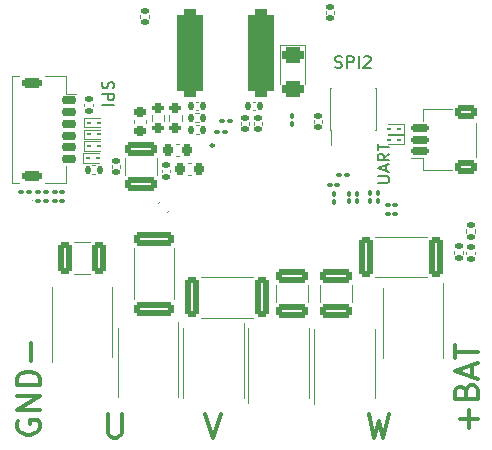
<source format=gto>
%TF.GenerationSoftware,KiCad,Pcbnew,(7.0.0)*%
%TF.CreationDate,2023-07-15T19:37:13+02:00*%
%TF.ProjectId,Leistungsteil,4c656973-7475-46e6-9773-7465696c2e6b,rev?*%
%TF.SameCoordinates,Original*%
%TF.FileFunction,Legend,Top*%
%TF.FilePolarity,Positive*%
%FSLAX46Y46*%
G04 Gerber Fmt 4.6, Leading zero omitted, Abs format (unit mm)*
G04 Created by KiCad (PCBNEW (7.0.0)) date 2023-07-15 19:37:13*
%MOMM*%
%LPD*%
G01*
G04 APERTURE LIST*
G04 Aperture macros list*
%AMRoundRect*
0 Rectangle with rounded corners*
0 $1 Rounding radius*
0 $2 $3 $4 $5 $6 $7 $8 $9 X,Y pos of 4 corners*
0 Add a 4 corners polygon primitive as box body*
4,1,4,$2,$3,$4,$5,$6,$7,$8,$9,$2,$3,0*
0 Add four circle primitives for the rounded corners*
1,1,$1+$1,$2,$3*
1,1,$1+$1,$4,$5*
1,1,$1+$1,$6,$7*
1,1,$1+$1,$8,$9*
0 Add four rect primitives between the rounded corners*
20,1,$1+$1,$2,$3,$4,$5,0*
20,1,$1+$1,$4,$5,$6,$7,0*
20,1,$1+$1,$6,$7,$8,$9,0*
20,1,$1+$1,$8,$9,$2,$3,0*%
G04 Aperture macros list end*
%ADD10C,0.300000*%
%ADD11C,0.150000*%
%ADD12C,0.254000*%
%ADD13C,0.120000*%
%ADD14C,0.250000*%
%ADD15C,0.100000*%
%ADD16RoundRect,0.135000X-0.185000X0.135000X-0.185000X-0.135000X0.185000X-0.135000X0.185000X0.135000X0*%
%ADD17C,5.500000*%
%ADD18C,3.600000*%
%ADD19RoundRect,0.250000X0.650000X-0.350000X0.650000X0.350000X-0.650000X0.350000X-0.650000X-0.350000X0*%
%ADD20RoundRect,0.150000X0.625000X-0.150000X0.625000X0.150000X-0.625000X0.150000X-0.625000X-0.150000X0*%
%ADD21C,3.200000*%
%ADD22RoundRect,0.100000X-0.130000X-0.100000X0.130000X-0.100000X0.130000X0.100000X-0.130000X0.100000X0*%
%ADD23RoundRect,0.550000X0.550000X-3.200000X0.550000X3.200000X-0.550000X3.200000X-0.550000X-3.200000X0*%
%ADD24RoundRect,0.140000X-0.170000X0.140000X-0.170000X-0.140000X0.170000X-0.140000X0.170000X0.140000X0*%
%ADD25RoundRect,0.100000X0.130000X0.100000X-0.130000X0.100000X-0.130000X-0.100000X0.130000X-0.100000X0*%
%ADD26R,0.610000X1.020000*%
%ADD27R,3.910000X3.810000*%
%ADD28R,0.610000X1.270000*%
%ADD29RoundRect,0.100000X-0.100000X0.130000X-0.100000X-0.130000X0.100000X-0.130000X0.100000X0.130000X0*%
%ADD30RoundRect,0.140000X0.170000X-0.140000X0.170000X0.140000X-0.170000X0.140000X-0.170000X-0.140000X0*%
%ADD31RoundRect,0.250000X-1.100000X0.325000X-1.100000X-0.325000X1.100000X-0.325000X1.100000X0.325000X0*%
%ADD32RoundRect,0.062500X0.117500X0.062500X-0.117500X0.062500X-0.117500X-0.062500X0.117500X-0.062500X0*%
%ADD33RoundRect,0.225000X-0.250000X0.225000X-0.250000X-0.225000X0.250000X-0.225000X0.250000X0.225000X0*%
%ADD34RoundRect,0.140000X0.140000X0.170000X-0.140000X0.170000X-0.140000X-0.170000X0.140000X-0.170000X0*%
%ADD35RoundRect,0.100000X0.100000X-0.130000X0.100000X0.130000X-0.100000X0.130000X-0.100000X-0.130000X0*%
%ADD36R,4.700000X5.075000*%
%ADD37R,0.300000X0.850000*%
%ADD38R,0.850000X0.300000*%
%ADD39RoundRect,0.250000X-1.425000X0.362500X-1.425000X-0.362500X1.425000X-0.362500X1.425000X0.362500X0*%
%ADD40RoundRect,0.225000X-0.625000X0.225000X-0.625000X-0.225000X0.625000X-0.225000X0.625000X0.225000X0*%
%ADD41RoundRect,0.150000X-0.475000X0.150000X-0.475000X-0.150000X0.475000X-0.150000X0.475000X0.150000X0*%
%ADD42R,0.740000X2.400000*%
%ADD43RoundRect,0.335000X0.565000X0.335000X-0.565000X0.335000X-0.565000X-0.335000X0.565000X-0.335000X0*%
%ADD44RoundRect,0.062500X-0.117500X-0.062500X0.117500X-0.062500X0.117500X0.062500X-0.117500X0.062500X0*%
%ADD45RoundRect,0.250000X0.362500X1.425000X-0.362500X1.425000X-0.362500X-1.425000X0.362500X-1.425000X0*%
%ADD46RoundRect,0.135000X0.135000X0.185000X-0.135000X0.185000X-0.135000X-0.185000X0.135000X-0.185000X0*%
%ADD47RoundRect,0.135000X-0.135000X-0.185000X0.135000X-0.185000X0.135000X0.185000X-0.135000X0.185000X0*%
%ADD48RoundRect,0.225000X0.017678X-0.335876X0.335876X-0.017678X-0.017678X0.335876X-0.335876X0.017678X0*%
%ADD49RoundRect,0.100000X-0.021213X-0.162635X0.162635X0.021213X0.021213X0.162635X-0.162635X-0.021213X0*%
%ADD50RoundRect,0.250000X-0.362500X-1.425000X0.362500X-1.425000X0.362500X1.425000X-0.362500X1.425000X0*%
%ADD51RoundRect,0.225000X0.225000X0.250000X-0.225000X0.250000X-0.225000X-0.250000X0.225000X-0.250000X0*%
%ADD52RoundRect,0.200000X0.275000X-0.200000X0.275000X0.200000X-0.275000X0.200000X-0.275000X-0.200000X0*%
%ADD53RoundRect,0.225000X-0.225000X-0.250000X0.225000X-0.250000X0.225000X0.250000X-0.225000X0.250000X0*%
%ADD54RoundRect,0.250000X0.325000X1.100000X-0.325000X1.100000X-0.325000X-1.100000X0.325000X-1.100000X0*%
%ADD55C,1.100000*%
%ADD56C,1.600000*%
%ADD57O,2.100000X1.000000*%
%ADD58O,1.800000X1.000000*%
%ADD59C,0.650000*%
G04 APERTURE END LIST*
D10*
X178226190Y-126564761D02*
X178226190Y-128183809D01*
X178226190Y-128183809D02*
X178321428Y-128374285D01*
X178321428Y-128374285D02*
X178416666Y-128469523D01*
X178416666Y-128469523D02*
X178607142Y-128564761D01*
X178607142Y-128564761D02*
X178988095Y-128564761D01*
X178988095Y-128564761D02*
X179178571Y-128469523D01*
X179178571Y-128469523D02*
X179273809Y-128374285D01*
X179273809Y-128374285D02*
X179369047Y-128183809D01*
X179369047Y-128183809D02*
X179369047Y-126564761D01*
D11*
X197440476Y-97234761D02*
X197583333Y-97282380D01*
X197583333Y-97282380D02*
X197821428Y-97282380D01*
X197821428Y-97282380D02*
X197916666Y-97234761D01*
X197916666Y-97234761D02*
X197964285Y-97187142D01*
X197964285Y-97187142D02*
X198011904Y-97091904D01*
X198011904Y-97091904D02*
X198011904Y-96996666D01*
X198011904Y-96996666D02*
X197964285Y-96901428D01*
X197964285Y-96901428D02*
X197916666Y-96853809D01*
X197916666Y-96853809D02*
X197821428Y-96806190D01*
X197821428Y-96806190D02*
X197630952Y-96758571D01*
X197630952Y-96758571D02*
X197535714Y-96710952D01*
X197535714Y-96710952D02*
X197488095Y-96663333D01*
X197488095Y-96663333D02*
X197440476Y-96568095D01*
X197440476Y-96568095D02*
X197440476Y-96472857D01*
X197440476Y-96472857D02*
X197488095Y-96377619D01*
X197488095Y-96377619D02*
X197535714Y-96330000D01*
X197535714Y-96330000D02*
X197630952Y-96282380D01*
X197630952Y-96282380D02*
X197869047Y-96282380D01*
X197869047Y-96282380D02*
X198011904Y-96330000D01*
X198440476Y-97282380D02*
X198440476Y-96282380D01*
X198440476Y-96282380D02*
X198821428Y-96282380D01*
X198821428Y-96282380D02*
X198916666Y-96330000D01*
X198916666Y-96330000D02*
X198964285Y-96377619D01*
X198964285Y-96377619D02*
X199011904Y-96472857D01*
X199011904Y-96472857D02*
X199011904Y-96615714D01*
X199011904Y-96615714D02*
X198964285Y-96710952D01*
X198964285Y-96710952D02*
X198916666Y-96758571D01*
X198916666Y-96758571D02*
X198821428Y-96806190D01*
X198821428Y-96806190D02*
X198440476Y-96806190D01*
X199440476Y-97282380D02*
X199440476Y-96282380D01*
X199869047Y-96377619D02*
X199916666Y-96330000D01*
X199916666Y-96330000D02*
X200011904Y-96282380D01*
X200011904Y-96282380D02*
X200249999Y-96282380D01*
X200249999Y-96282380D02*
X200345237Y-96330000D01*
X200345237Y-96330000D02*
X200392856Y-96377619D01*
X200392856Y-96377619D02*
X200440475Y-96472857D01*
X200440475Y-96472857D02*
X200440475Y-96568095D01*
X200440475Y-96568095D02*
X200392856Y-96710952D01*
X200392856Y-96710952D02*
X199821428Y-97282380D01*
X199821428Y-97282380D02*
X200440475Y-97282380D01*
D10*
X208802857Y-127773809D02*
X208802857Y-126250000D01*
X209564761Y-127011904D02*
X208040952Y-127011904D01*
X208517142Y-124630952D02*
X208612380Y-124345238D01*
X208612380Y-124345238D02*
X208707619Y-124250000D01*
X208707619Y-124250000D02*
X208898095Y-124154762D01*
X208898095Y-124154762D02*
X209183809Y-124154762D01*
X209183809Y-124154762D02*
X209374285Y-124250000D01*
X209374285Y-124250000D02*
X209469523Y-124345238D01*
X209469523Y-124345238D02*
X209564761Y-124535714D01*
X209564761Y-124535714D02*
X209564761Y-125297619D01*
X209564761Y-125297619D02*
X207564761Y-125297619D01*
X207564761Y-125297619D02*
X207564761Y-124630952D01*
X207564761Y-124630952D02*
X207660000Y-124440476D01*
X207660000Y-124440476D02*
X207755238Y-124345238D01*
X207755238Y-124345238D02*
X207945714Y-124250000D01*
X207945714Y-124250000D02*
X208136190Y-124250000D01*
X208136190Y-124250000D02*
X208326666Y-124345238D01*
X208326666Y-124345238D02*
X208421904Y-124440476D01*
X208421904Y-124440476D02*
X208517142Y-124630952D01*
X208517142Y-124630952D02*
X208517142Y-125297619D01*
X208993333Y-123392857D02*
X208993333Y-122440476D01*
X209564761Y-123583333D02*
X207564761Y-122916667D01*
X207564761Y-122916667D02*
X209564761Y-122250000D01*
X207564761Y-121869047D02*
X207564761Y-120726190D01*
X209564761Y-121297619D02*
X207564761Y-121297619D01*
X186440476Y-126564761D02*
X187107142Y-128564761D01*
X187107142Y-128564761D02*
X187773809Y-126564761D01*
X200285714Y-126564761D02*
X200761904Y-128564761D01*
X200761904Y-128564761D02*
X201142857Y-127136190D01*
X201142857Y-127136190D02*
X201523809Y-128564761D01*
X201523809Y-128564761D02*
X202000000Y-126564761D01*
D11*
X201032380Y-107011904D02*
X201841904Y-107011904D01*
X201841904Y-107011904D02*
X201937142Y-106964285D01*
X201937142Y-106964285D02*
X201984761Y-106916666D01*
X201984761Y-106916666D02*
X202032380Y-106821428D01*
X202032380Y-106821428D02*
X202032380Y-106630952D01*
X202032380Y-106630952D02*
X201984761Y-106535714D01*
X201984761Y-106535714D02*
X201937142Y-106488095D01*
X201937142Y-106488095D02*
X201841904Y-106440476D01*
X201841904Y-106440476D02*
X201032380Y-106440476D01*
X201746666Y-106011904D02*
X201746666Y-105535714D01*
X202032380Y-106107142D02*
X201032380Y-105773809D01*
X201032380Y-105773809D02*
X202032380Y-105440476D01*
X202032380Y-104535714D02*
X201556190Y-104869047D01*
X202032380Y-105107142D02*
X201032380Y-105107142D01*
X201032380Y-105107142D02*
X201032380Y-104726190D01*
X201032380Y-104726190D02*
X201080000Y-104630952D01*
X201080000Y-104630952D02*
X201127619Y-104583333D01*
X201127619Y-104583333D02*
X201222857Y-104535714D01*
X201222857Y-104535714D02*
X201365714Y-104535714D01*
X201365714Y-104535714D02*
X201460952Y-104583333D01*
X201460952Y-104583333D02*
X201508571Y-104630952D01*
X201508571Y-104630952D02*
X201556190Y-104726190D01*
X201556190Y-104726190D02*
X201556190Y-105107142D01*
X201032380Y-104249999D02*
X201032380Y-103678571D01*
X202032380Y-103964285D02*
X201032380Y-103964285D01*
D10*
X170560000Y-127176190D02*
X170464761Y-127366666D01*
X170464761Y-127366666D02*
X170464761Y-127652380D01*
X170464761Y-127652380D02*
X170560000Y-127938095D01*
X170560000Y-127938095D02*
X170750476Y-128128571D01*
X170750476Y-128128571D02*
X170940952Y-128223809D01*
X170940952Y-128223809D02*
X171321904Y-128319047D01*
X171321904Y-128319047D02*
X171607619Y-128319047D01*
X171607619Y-128319047D02*
X171988571Y-128223809D01*
X171988571Y-128223809D02*
X172179047Y-128128571D01*
X172179047Y-128128571D02*
X172369523Y-127938095D01*
X172369523Y-127938095D02*
X172464761Y-127652380D01*
X172464761Y-127652380D02*
X172464761Y-127461904D01*
X172464761Y-127461904D02*
X172369523Y-127176190D01*
X172369523Y-127176190D02*
X172274285Y-127080952D01*
X172274285Y-127080952D02*
X171607619Y-127080952D01*
X171607619Y-127080952D02*
X171607619Y-127461904D01*
X172464761Y-126223809D02*
X170464761Y-126223809D01*
X170464761Y-126223809D02*
X172464761Y-125080952D01*
X172464761Y-125080952D02*
X170464761Y-125080952D01*
X172464761Y-124128571D02*
X170464761Y-124128571D01*
X170464761Y-124128571D02*
X170464761Y-123652381D01*
X170464761Y-123652381D02*
X170560000Y-123366666D01*
X170560000Y-123366666D02*
X170750476Y-123176190D01*
X170750476Y-123176190D02*
X170940952Y-123080952D01*
X170940952Y-123080952D02*
X171321904Y-122985714D01*
X171321904Y-122985714D02*
X171607619Y-122985714D01*
X171607619Y-122985714D02*
X171988571Y-123080952D01*
X171988571Y-123080952D02*
X172179047Y-123176190D01*
X172179047Y-123176190D02*
X172369523Y-123366666D01*
X172369523Y-123366666D02*
X172464761Y-123652381D01*
X172464761Y-123652381D02*
X172464761Y-124128571D01*
X171702857Y-122128571D02*
X171702857Y-120604762D01*
D11*
X177765238Y-98440476D02*
X177717619Y-98583333D01*
X177717619Y-98583333D02*
X177717619Y-98821428D01*
X177717619Y-98821428D02*
X177765238Y-98916666D01*
X177765238Y-98916666D02*
X177812857Y-98964285D01*
X177812857Y-98964285D02*
X177908095Y-99011904D01*
X177908095Y-99011904D02*
X178003333Y-99011904D01*
X178003333Y-99011904D02*
X178098571Y-98964285D01*
X178098571Y-98964285D02*
X178146190Y-98916666D01*
X178146190Y-98916666D02*
X178193809Y-98821428D01*
X178193809Y-98821428D02*
X178241428Y-98630952D01*
X178241428Y-98630952D02*
X178289047Y-98535714D01*
X178289047Y-98535714D02*
X178336666Y-98488095D01*
X178336666Y-98488095D02*
X178431904Y-98440476D01*
X178431904Y-98440476D02*
X178527142Y-98440476D01*
X178527142Y-98440476D02*
X178622380Y-98488095D01*
X178622380Y-98488095D02*
X178670000Y-98535714D01*
X178670000Y-98535714D02*
X178717619Y-98630952D01*
X178717619Y-98630952D02*
X178717619Y-98869047D01*
X178717619Y-98869047D02*
X178670000Y-99011904D01*
X177717619Y-99440476D02*
X178717619Y-99440476D01*
X178717619Y-99440476D02*
X178717619Y-99821428D01*
X178717619Y-99821428D02*
X178670000Y-99916666D01*
X178670000Y-99916666D02*
X178622380Y-99964285D01*
X178622380Y-99964285D02*
X178527142Y-100011904D01*
X178527142Y-100011904D02*
X178384285Y-100011904D01*
X178384285Y-100011904D02*
X178289047Y-99964285D01*
X178289047Y-99964285D02*
X178241428Y-99916666D01*
X178241428Y-99916666D02*
X178193809Y-99821428D01*
X178193809Y-99821428D02*
X178193809Y-99440476D01*
X177717619Y-100440476D02*
X178717619Y-100440476D01*
D12*
%TO.C,M1*%
X189876904Y-107816573D02*
X189876904Y-106546573D01*
X189876904Y-106546573D02*
X190300238Y-107453716D01*
X190300238Y-107453716D02*
X190723571Y-106546573D01*
X190723571Y-106546573D02*
X190723571Y-107816573D01*
X191993572Y-107816573D02*
X191267857Y-107816573D01*
X191630714Y-107816573D02*
X191630714Y-106546573D01*
X191630714Y-106546573D02*
X191509762Y-106728002D01*
X191509762Y-106728002D02*
X191388810Y-106848954D01*
X191388810Y-106848954D02*
X191267857Y-106909430D01*
D13*
%TO.C,NTC1*%
X208520000Y-110936359D02*
X208520000Y-111243641D01*
X209280000Y-110936359D02*
X209280000Y-111243641D01*
%TO.C,CAN_Con2*%
X207360000Y-100730000D02*
X204860000Y-100730000D01*
X204860000Y-100730000D02*
X204860000Y-101780000D01*
X209330000Y-104780000D02*
X209330000Y-101900000D01*
X204860000Y-104900000D02*
X203870000Y-104900000D01*
X207360000Y-105950000D02*
X204860000Y-105950000D01*
X204860000Y-105950000D02*
X204860000Y-104900000D01*
%TO.C,C_LDO2*%
X180940000Y-92792164D02*
X180940000Y-93007836D01*
X181660000Y-92792164D02*
X181660000Y-93007836D01*
%TO.C,Q_P_W_L1*%
X201465000Y-115925000D02*
X201465000Y-121815000D01*
X206605000Y-115470000D02*
X206605000Y-121815000D01*
%TO.C,C_SPI2*%
X196360000Y-101907836D02*
X196360000Y-101692164D01*
X195640000Y-101907836D02*
X195640000Y-101692164D01*
%TO.C,C_LDO1*%
X197360000Y-92707836D02*
X197360000Y-92492164D01*
X196640000Y-92707836D02*
X196640000Y-92492164D01*
%TO.C,C_IN6*%
X196140000Y-115688748D02*
X196140000Y-117111252D01*
X198860000Y-115688748D02*
X198860000Y-117111252D01*
%TO.C,D1_ESD3*%
X177495000Y-104300000D02*
X176135000Y-104300000D01*
X177495000Y-103500000D02*
X176135000Y-103500000D01*
X176135000Y-103500000D02*
X176135000Y-104300000D01*
%TO.C,D1_ESD2*%
X177495000Y-103300000D02*
X176135000Y-103300000D01*
X177495000Y-102500000D02*
X176135000Y-102500000D01*
X176135000Y-102500000D02*
X176135000Y-103300000D01*
%TO.C,C_5V1*%
X180445000Y-101659420D02*
X180445000Y-101940580D01*
X181465000Y-101659420D02*
X181465000Y-101940580D01*
%TO.C,R_SENS_Temp1*%
X207520000Y-112736359D02*
X207520000Y-113043641D01*
X208280000Y-112736359D02*
X208280000Y-113043641D01*
%TO.C,C_FB1*%
X185862836Y-100140000D02*
X185647164Y-100140000D01*
X185862836Y-100860000D02*
X185647164Y-100860000D01*
%TO.C,Q_P_V_H1*%
X195225000Y-125195000D02*
X195225000Y-119305000D01*
X190085000Y-125650000D02*
X190085000Y-119305000D01*
%TO.C,Q_P_U_L1*%
X179025000Y-119260000D02*
X179025000Y-125150000D01*
X184165000Y-118805000D02*
X184165000Y-125150000D01*
%TO.C,Q_P_U_H1*%
X178570000Y-121745000D02*
X178570000Y-115855000D01*
X173430000Y-122200000D02*
X173430000Y-115855000D01*
%TO.C,C_1*%
X179645000Y-104888748D02*
X179645000Y-106311252D01*
X182365000Y-104888748D02*
X182365000Y-106311252D01*
D14*
%TO.C,M1*%
X187155000Y-103850000D02*
G75*
G03*
X187155000Y-103850000I-125000J0D01*
G01*
D13*
%TO.C,Rs_P_U1*%
X180390000Y-112522936D02*
X180390000Y-116877064D01*
X183810000Y-112522936D02*
X183810000Y-116877064D01*
D15*
%TO.C,D_VBAT1*%
X171790000Y-108500000D02*
G75*
G03*
X171790000Y-108500000I-50000J0D01*
G01*
D13*
%TO.C,Q_P_W_H1*%
X200775000Y-125240000D02*
X200775000Y-119350000D01*
X195635000Y-125695000D02*
X195635000Y-119350000D01*
%TO.C,C_VM1*%
X179260000Y-105707836D02*
X179260000Y-105492164D01*
X178540000Y-105707836D02*
X178540000Y-105492164D01*
%TO.C,JST_SPI1*%
X170115000Y-107010000D02*
X170665000Y-107010000D01*
X172885000Y-107010000D02*
X174635000Y-107010000D01*
X174635000Y-107010000D02*
X174635000Y-105560000D01*
X174635000Y-99440000D02*
X175525000Y-99440000D01*
X170115000Y-97990000D02*
X170115000Y-107010000D01*
X170665000Y-97990000D02*
X170115000Y-97990000D01*
X172885000Y-97990000D02*
X174635000Y-97990000D01*
X174635000Y-97990000D02*
X174635000Y-99440000D01*
%TO.C,SPI2*%
X200850000Y-98985000D02*
X200915000Y-98985000D01*
X196985000Y-98985000D02*
X197050000Y-98985000D01*
X200915000Y-102515000D02*
X200915000Y-98985000D01*
X200850000Y-102515000D02*
X200915000Y-102515000D01*
X196985000Y-102515000D02*
X196985000Y-98985000D01*
X196985000Y-102515000D02*
X197050000Y-102515000D01*
X197050000Y-103840000D02*
X197050000Y-102515000D01*
%TO.C,D1*%
X194855000Y-98650000D02*
X194855000Y-98550000D01*
X192755000Y-95350000D02*
X192755000Y-98650000D01*
X192855000Y-95350000D02*
X192755000Y-95350000D01*
X194855000Y-95350000D02*
X194855000Y-98550000D01*
X194855000Y-95350000D02*
X192855000Y-95350000D01*
%TO.C,C_IN7*%
X190540000Y-101872164D02*
X190540000Y-102087836D01*
X191260000Y-101872164D02*
X191260000Y-102087836D01*
%TO.C,C_VM2*%
X183460000Y-106107836D02*
X183460000Y-105892164D01*
X182740000Y-106107836D02*
X182740000Y-105892164D01*
%TO.C,D1_ESD5*%
X201945000Y-102940000D02*
X203305000Y-102940000D01*
X201945000Y-103740000D02*
X203305000Y-103740000D01*
X203305000Y-103740000D02*
X203305000Y-102940000D01*
%TO.C,Rs_P_V1*%
X190477064Y-114990000D02*
X186122936Y-114990000D01*
X190477064Y-118410000D02*
X186122936Y-118410000D01*
%TO.C,C_VCC1*%
X190160000Y-102087836D02*
X190160000Y-101872164D01*
X189440000Y-102087836D02*
X189440000Y-101872164D01*
%TO.C,D1_ESD4*%
X177475000Y-105300000D02*
X176115000Y-105300000D01*
X177475000Y-104500000D02*
X176115000Y-104500000D01*
X176115000Y-104500000D02*
X176115000Y-105300000D01*
%TO.C,C_BST1*%
X190662836Y-100140000D02*
X190447164Y-100140000D01*
X190662836Y-100860000D02*
X190447164Y-100860000D01*
%TO.C,R_CAN1*%
X177138641Y-105520000D02*
X176831359Y-105520000D01*
X177138641Y-106280000D02*
X176831359Y-106280000D01*
%TO.C,R_FB2*%
X185928641Y-102120000D02*
X185621359Y-102120000D01*
X185928641Y-102880000D02*
X185621359Y-102880000D01*
%TO.C,Q_P_V_L1*%
X184565000Y-119305000D02*
X184565000Y-125195000D01*
X189705000Y-118850000D02*
X189705000Y-125195000D01*
%TO.C,R_FB1*%
X185601359Y-101880000D02*
X185908641Y-101880000D01*
X185601359Y-101120000D02*
X185908641Y-101120000D01*
%TO.C,D1_ESD1*%
X177495000Y-102300000D02*
X176135000Y-102300000D01*
X177495000Y-101500000D02*
X176135000Y-101500000D01*
X176135000Y-101500000D02*
X176135000Y-102300000D01*
%TO.C,C_VDRAIN1*%
X183161219Y-109460030D02*
X183360030Y-109261219D01*
X182439970Y-108738781D02*
X182638781Y-108539970D01*
%TO.C,C_SPI1*%
X176215000Y-100292164D02*
X176215000Y-100507836D01*
X176935000Y-100292164D02*
X176935000Y-100507836D01*
%TO.C,C_IN5*%
X192440000Y-115688748D02*
X192440000Y-117111252D01*
X195160000Y-115688748D02*
X195160000Y-117111252D01*
%TO.C,Rs_P_W1*%
X200822936Y-115010000D02*
X205177064Y-115010000D01*
X200822936Y-111590000D02*
X205177064Y-111590000D01*
%TO.C,C_DVDD2*%
X184240580Y-103690000D02*
X183959420Y-103690000D01*
X184240580Y-104710000D02*
X183959420Y-104710000D01*
%TO.C,R_C_s2*%
X184437500Y-101762258D02*
X184437500Y-101287742D01*
X183392500Y-101762258D02*
X183392500Y-101287742D01*
%TO.C,D1_ESD6*%
X201945000Y-102040000D02*
X203305000Y-102040000D01*
X201945000Y-102840000D02*
X203305000Y-102840000D01*
X203305000Y-102840000D02*
X203305000Y-102040000D01*
%TO.C,C_PUMP1*%
X184959420Y-106310000D02*
X185240580Y-106310000D01*
X184959420Y-105290000D02*
X185240580Y-105290000D01*
%TO.C,C_IN4*%
X176711252Y-112040000D02*
X175288748Y-112040000D01*
X176711252Y-114760000D02*
X175288748Y-114760000D01*
%TO.C,C_SENS_Temp1*%
X208550000Y-112842164D02*
X208550000Y-113057836D01*
X209270000Y-112842164D02*
X209270000Y-113057836D01*
%TO.C,R_C_s1*%
X182977500Y-101737258D02*
X182977500Y-101262742D01*
X181932500Y-101737258D02*
X181932500Y-101262742D01*
%TD*%
%LPC*%
D16*
%TO.C,NTC1*%
X208900000Y-111600000D03*
X208900000Y-110580000D03*
%TD*%
D17*
%TO.C,Phase_W1*%
X197500000Y-130000000D03*
D18*
X197500000Y-130000000D03*
%TD*%
D19*
%TO.C,CAN_Con2*%
X208520000Y-101040000D03*
X208520000Y-105640000D03*
D20*
X204645000Y-102340000D03*
X204645000Y-103340000D03*
X204645000Y-104340000D03*
%TD*%
D21*
%TO.C,H4*%
X174500000Y-125500000D03*
%TD*%
D22*
%TO.C,R_Fault1*%
X197620000Y-107200000D03*
X196980000Y-107200000D03*
%TD*%
D23*
%TO.C,L1*%
X191155000Y-96000000D03*
X185155000Y-96000000D03*
%TD*%
D24*
%TO.C,C_LDO2*%
X181300000Y-93380000D03*
X181300000Y-92420000D03*
%TD*%
D25*
%TO.C,C_Filter_W1*%
X201900000Y-108900000D03*
X202540000Y-108900000D03*
%TD*%
D26*
%TO.C,Q_P_W_L1*%
X202129999Y-121664999D03*
X203399999Y-121664999D03*
X204669999Y-121664999D03*
X205939999Y-121664999D03*
D27*
X204034999Y-119559999D03*
D28*
X202129999Y-116199999D03*
X203399999Y-116199999D03*
X204669999Y-116199999D03*
X205939999Y-116199999D03*
%TD*%
D29*
%TO.C,C_Filter_U1*%
X199300000Y-108565000D03*
X199300000Y-107925000D03*
%TD*%
D30*
%TO.C,C_SPI2*%
X196000000Y-101320000D03*
X196000000Y-102280000D03*
%TD*%
%TO.C,C_LDO1*%
X197000000Y-92120000D03*
X197000000Y-93080000D03*
%TD*%
D31*
%TO.C,C_IN6*%
X197500000Y-117875000D03*
X197500000Y-114925000D03*
%TD*%
D21*
%TO.C,H2*%
X205500000Y-94500000D03*
%TD*%
D32*
%TO.C,D1_ESD3*%
X177415000Y-103900000D03*
X176575000Y-103900000D03*
%TD*%
%TO.C,D1_ESD2*%
X177415000Y-102900000D03*
X176575000Y-102900000D03*
%TD*%
D33*
%TO.C,C_5V1*%
X180955000Y-102575000D03*
X180955000Y-101025000D03*
%TD*%
D16*
%TO.C,R_SENS_Temp1*%
X207900000Y-113400000D03*
X207900000Y-112380000D03*
%TD*%
D21*
%TO.C,H1*%
X174500000Y-94500000D03*
%TD*%
D34*
%TO.C,C_FB1*%
X185275000Y-100500000D03*
X186235000Y-100500000D03*
%TD*%
D26*
%TO.C,Q_P_V_H1*%
X194559999Y-119454999D03*
X193289999Y-119454999D03*
X192019999Y-119454999D03*
X190749999Y-119454999D03*
D27*
X192654999Y-121559999D03*
D28*
X194559999Y-124919999D03*
X193289999Y-124919999D03*
X192019999Y-124919999D03*
X190749999Y-124919999D03*
%TD*%
D22*
%TO.C,R_BAT1*%
X171520000Y-107800000D03*
X170880000Y-107800000D03*
%TD*%
D35*
%TO.C,C_Vref1*%
X197300000Y-107980000D03*
X197300000Y-108620000D03*
%TD*%
D26*
%TO.C,Q_P_U_L1*%
X179689999Y-124999999D03*
X180959999Y-124999999D03*
X182229999Y-124999999D03*
X183499999Y-124999999D03*
D27*
X181594999Y-122894999D03*
D28*
X179689999Y-119534999D03*
X180959999Y-119534999D03*
X182229999Y-119534999D03*
X183499999Y-119534999D03*
%TD*%
D22*
%TO.C,R_BAT2*%
X172920000Y-107800000D03*
X172280000Y-107800000D03*
%TD*%
D35*
%TO.C,R_CS2*%
X201050000Y-107900000D03*
X201050000Y-108540000D03*
%TD*%
D17*
%TO.C,Positiv1*%
X210000000Y-118000000D03*
D18*
X210000000Y-118000000D03*
%TD*%
D26*
%TO.C,Q_P_U_H1*%
X177904999Y-116004999D03*
X176634999Y-116004999D03*
X175364999Y-116004999D03*
X174094999Y-116004999D03*
D27*
X175999999Y-118109999D03*
D28*
X177904999Y-121469999D03*
X176634999Y-121469999D03*
X175364999Y-121469999D03*
X174094999Y-121469999D03*
%TD*%
D35*
%TO.C,C_DVDD1*%
X193800000Y-101380000D03*
X193800000Y-102020000D03*
%TD*%
D31*
%TO.C,C_1*%
X181005000Y-107075000D03*
X181005000Y-104125000D03*
%TD*%
D25*
%TO.C,R_RT/SD1*%
X187442500Y-102700000D03*
X188082500Y-102700000D03*
%TD*%
D36*
%TO.C,M1*%
X190904999Y-107349999D03*
D37*
X188154999Y-103899999D03*
X188654999Y-103899999D03*
X189154999Y-103899999D03*
X189654999Y-103899999D03*
X190154999Y-103899999D03*
X190654999Y-103899999D03*
X191154999Y-103899999D03*
X191654999Y-103899999D03*
X192154999Y-103899999D03*
X192654999Y-103899999D03*
X193154999Y-103899999D03*
X193654999Y-103899999D03*
D38*
X194354999Y-104599999D03*
X194354999Y-105099999D03*
X194354999Y-105599999D03*
X194354999Y-106099999D03*
X194354999Y-106599999D03*
X194354999Y-107099999D03*
X194354999Y-107599999D03*
X194354999Y-108099999D03*
X194354999Y-108599999D03*
X194354999Y-109099999D03*
X194354999Y-109599999D03*
X194354999Y-110099999D03*
D37*
X193654999Y-110799999D03*
X193154999Y-110799999D03*
X192654999Y-110799999D03*
X192154999Y-110799999D03*
X191654999Y-110799999D03*
X191154999Y-110799999D03*
X190654999Y-110799999D03*
X190154999Y-110799999D03*
X189654999Y-110799999D03*
X189154999Y-110799999D03*
X188654999Y-110799999D03*
X188154999Y-110799999D03*
D38*
X187454999Y-110099999D03*
X187454999Y-109599999D03*
X187454999Y-109099999D03*
X187454999Y-108599999D03*
X187454999Y-108099999D03*
X187454999Y-107599999D03*
X187454999Y-107099999D03*
X187454999Y-106599999D03*
X187454999Y-106099999D03*
X187454999Y-105599999D03*
X187454999Y-105099999D03*
X187454999Y-104599999D03*
%TD*%
D39*
%TO.C,Rs_P_U1*%
X182100000Y-117662500D03*
X182100000Y-111737500D03*
%TD*%
D22*
%TO.C,D_VBAT1*%
X172920000Y-108500000D03*
X172280000Y-108500000D03*
%TD*%
D21*
%TO.C,H3*%
X205500000Y-125500000D03*
%TD*%
D26*
%TO.C,Q_P_W_H1*%
X200109999Y-119499999D03*
X198839999Y-119499999D03*
X197569999Y-119499999D03*
X196299999Y-119499999D03*
D27*
X198204999Y-121604999D03*
D28*
X200109999Y-124964999D03*
X198839999Y-124964999D03*
X197569999Y-124964999D03*
X196299999Y-124964999D03*
%TD*%
D30*
%TO.C,C_VM1*%
X178900000Y-105120000D03*
X178900000Y-106080000D03*
%TD*%
D40*
%TO.C,JST_SPI1*%
X171775000Y-106450000D03*
X171775000Y-98550000D03*
D41*
X174900000Y-105000000D03*
X174900000Y-104000000D03*
X174900000Y-103000000D03*
X174900000Y-102000000D03*
X174900000Y-101000000D03*
X174900000Y-100000000D03*
%TD*%
D42*
%TO.C,SPI2*%
X200219999Y-98799999D03*
X200219999Y-102699999D03*
X198949999Y-98799999D03*
X198949999Y-102699999D03*
X197679999Y-98799999D03*
X197679999Y-102699999D03*
%TD*%
D25*
%TO.C,R_RCL1*%
X187880000Y-101800000D03*
X188520000Y-101800000D03*
%TD*%
D43*
%TO.C,D1*%
X193855000Y-99050000D03*
X193855000Y-96190000D03*
%TD*%
D24*
%TO.C,C_IN7*%
X190900000Y-102460000D03*
X190900000Y-101500000D03*
%TD*%
D30*
%TO.C,C_VM2*%
X183100000Y-105520000D03*
X183100000Y-106480000D03*
%TD*%
D35*
%TO.C,R_CS1*%
X198600000Y-107925000D03*
X198600000Y-108565000D03*
%TD*%
D44*
%TO.C,D1_ESD5*%
X202025000Y-103340000D03*
X202865000Y-103340000D03*
%TD*%
D45*
%TO.C,Rs_P_V1*%
X185337500Y-116700000D03*
X191262500Y-116700000D03*
%TD*%
D22*
%TO.C,R_SDO_PU1*%
X198420000Y-106300000D03*
X197780000Y-106300000D03*
%TD*%
D30*
%TO.C,C_VCC1*%
X189800000Y-101500000D03*
X189800000Y-102460000D03*
%TD*%
D32*
%TO.C,D1_ESD4*%
X177395000Y-104900000D03*
X176555000Y-104900000D03*
%TD*%
D17*
%TO.C,Phase_V1*%
X190000000Y-130000000D03*
D18*
X190000000Y-130000000D03*
%TD*%
D34*
%TO.C,C_BST1*%
X190075000Y-100500000D03*
X191035000Y-100500000D03*
%TD*%
D46*
%TO.C,R_CAN1*%
X176475000Y-105900000D03*
X177495000Y-105900000D03*
%TD*%
%TO.C,R_FB2*%
X185265000Y-102500000D03*
X186285000Y-102500000D03*
%TD*%
D26*
%TO.C,Q_P_V_L1*%
X185229999Y-125044999D03*
X186499999Y-125044999D03*
X187769999Y-125044999D03*
X189039999Y-125044999D03*
D27*
X187134999Y-122939999D03*
D28*
X185229999Y-119579999D03*
X186499999Y-119579999D03*
X187769999Y-119579999D03*
X189039999Y-119579999D03*
%TD*%
D47*
%TO.C,R_FB1*%
X186265000Y-101500000D03*
X185245000Y-101500000D03*
%TD*%
D22*
%TO.C,C_VM_1*%
X174320000Y-108500000D03*
X173680000Y-108500000D03*
%TD*%
%TO.C,R_VM_1*%
X174320000Y-107800000D03*
X173680000Y-107800000D03*
%TD*%
D17*
%TO.C,Negativ1*%
X170000000Y-118000000D03*
D18*
X170000000Y-118000000D03*
%TD*%
D32*
%TO.C,D1_ESD1*%
X177415000Y-101900000D03*
X176575000Y-101900000D03*
%TD*%
D48*
%TO.C,C_VDRAIN1*%
X183448008Y-108451992D03*
X182351992Y-109548008D03*
%TD*%
D24*
%TO.C,C_SPI1*%
X176575000Y-100880000D03*
X176575000Y-99920000D03*
%TD*%
D49*
%TO.C,R_SCLK1*%
X196726274Y-105673726D03*
X196273726Y-106126274D03*
%TD*%
D31*
%TO.C,C_IN5*%
X193800000Y-117875000D03*
X193800000Y-114925000D03*
%TD*%
D50*
%TO.C,Rs_P_W1*%
X205962500Y-113300000D03*
X200037500Y-113300000D03*
%TD*%
D51*
%TO.C,C_DVDD2*%
X183325000Y-104200000D03*
X184875000Y-104200000D03*
%TD*%
D52*
%TO.C,R_C_s2*%
X183915000Y-100700000D03*
X183915000Y-102350000D03*
%TD*%
D44*
%TO.C,D1_ESD6*%
X202025000Y-102440000D03*
X202865000Y-102440000D03*
%TD*%
D53*
%TO.C,C_PUMP1*%
X185875000Y-105800000D03*
X184325000Y-105800000D03*
%TD*%
D29*
%TO.C,C_Filter_V1*%
X200350000Y-108540000D03*
X200350000Y-107900000D03*
%TD*%
D54*
%TO.C,C_IN4*%
X174525000Y-113400000D03*
X177475000Y-113400000D03*
%TD*%
D17*
%TO.C,Phase_U1*%
X182500000Y-130000000D03*
D18*
X182500000Y-130000000D03*
%TD*%
D24*
%TO.C,C_SENS_Temp1*%
X208910000Y-113430000D03*
X208910000Y-112470000D03*
%TD*%
D52*
%TO.C,R_C_s1*%
X182455000Y-100675000D03*
X182455000Y-102325000D03*
%TD*%
D22*
%TO.C,R_CS3*%
X202540000Y-109600000D03*
X201900000Y-109600000D03*
%TD*%
D55*
%TO.C,J1*%
X179850000Y-94150000D03*
D56*
X199850000Y-94150000D03*
%TD*%
D57*
%TO.C,J7*%
X203299999Y-107829999D03*
D58*
X207479999Y-107829999D03*
D57*
X203299999Y-99189999D03*
D58*
X207479999Y-99189999D03*
D59*
X203800000Y-106400000D03*
X203800000Y-100620000D03*
%TD*%
M02*

</source>
